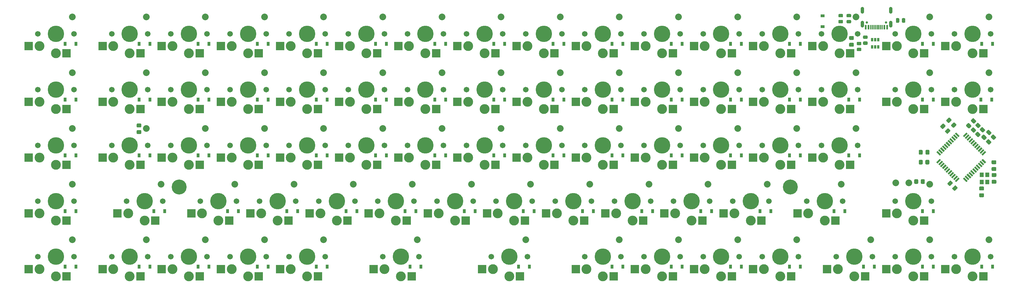
<source format=gbs>
G04 #@! TF.GenerationSoftware,KiCad,Pcbnew,(5.1.8)-1*
G04 #@! TF.CreationDate,2021-04-23T17:16:51-07:00*
G04 #@! TF.ProjectId,Spritzgeback,53707269-747a-4676-9562-61636b2e6b69,rev?*
G04 #@! TF.SameCoordinates,Original*
G04 #@! TF.FileFunction,Soldermask,Bot*
G04 #@! TF.FilePolarity,Negative*
%FSLAX46Y46*%
G04 Gerber Fmt 4.6, Leading zero omitted, Abs format (unit mm)*
G04 Created by KiCad (PCBNEW (5.1.8)-1) date 2021-04-23 17:16:51*
%MOMM*%
%LPD*%
G01*
G04 APERTURE LIST*
%ADD10C,4.562400*%
%ADD11R,0.900000X1.200000*%
%ADD12R,1.200000X0.900000*%
%ADD13C,2.032000*%
%ADD14C,0.100000*%
%ADD15R,0.650000X1.060000*%
%ADD16R,1.200000X1.400000*%
%ADD17C,0.700000*%
%ADD18O,1.050000X2.100000*%
%ADD19R,0.600000X1.450000*%
%ADD20R,0.300000X1.450000*%
%ADD21C,1.701800*%
%ADD22R,2.600000X2.600000*%
%ADD23C,3.000000*%
%ADD24C,5.000000*%
G04 APERTURE END LIST*
G36*
G01*
X238424998Y-3950000D02*
X239325002Y-3950000D01*
G75*
G02*
X239575000Y-4199998I0J-249998D01*
G01*
X239575000Y-4725002D01*
G75*
G02*
X239325002Y-4975000I-249998J0D01*
G01*
X238424998Y-4975000D01*
G75*
G02*
X238175000Y-4725002I0J249998D01*
G01*
X238175000Y-4199998D01*
G75*
G02*
X238424998Y-3950000I249998J0D01*
G01*
G37*
G36*
G01*
X238424998Y-2125000D02*
X239325002Y-2125000D01*
G75*
G02*
X239575000Y-2374998I0J-249998D01*
G01*
X239575000Y-2900002D01*
G75*
G02*
X239325002Y-3150000I-249998J0D01*
G01*
X238424998Y-3150000D01*
G75*
G02*
X238175000Y-2900002I0J249998D01*
G01*
X238175000Y-2374998D01*
G75*
G02*
X238424998Y-2125000I249998J0D01*
G01*
G37*
D10*
X37500000Y-54900000D03*
X223500000Y-54900000D03*
D11*
X133300000Y-45250000D03*
X136600000Y-45250000D03*
X2800000Y-11250000D03*
X6100000Y-11250000D03*
X25300000Y-11250000D03*
X28600000Y-11250000D03*
X43300000Y-11250000D03*
X46600000Y-11250000D03*
X61300000Y-11250000D03*
X64600000Y-11250000D03*
X79300000Y-11250000D03*
X82600000Y-11250000D03*
X97300000Y-11250000D03*
X100600000Y-11250000D03*
X115300000Y-11250000D03*
X118600000Y-11250000D03*
X133300000Y-11250000D03*
X136600000Y-11250000D03*
X151300000Y-11250000D03*
X154600000Y-11250000D03*
X169300000Y-11250000D03*
X172600000Y-11250000D03*
X187300000Y-11250000D03*
X190600000Y-11250000D03*
X205300000Y-11250000D03*
X208600000Y-11250000D03*
X223300000Y-11250000D03*
X226600000Y-11250000D03*
D12*
X233400000Y-2700000D03*
X233400000Y-6000000D03*
D11*
X281800000Y-11250000D03*
X285100000Y-11250000D03*
X2800000Y-28250000D03*
X6100000Y-28250000D03*
X25300000Y-28250000D03*
X28600000Y-28250000D03*
X43300000Y-28250000D03*
X46600000Y-28250000D03*
X61300000Y-28250000D03*
X64600000Y-28250000D03*
X79300000Y-28250000D03*
X82600000Y-28250000D03*
X97300000Y-28250000D03*
X100600000Y-28250000D03*
X115300000Y-28250000D03*
X118600000Y-28250000D03*
X133300000Y-28250000D03*
X136600000Y-28250000D03*
X151300000Y-28250000D03*
X154600000Y-28250000D03*
X169300000Y-28250000D03*
X172600000Y-28250000D03*
X187300000Y-28250000D03*
X190600000Y-28250000D03*
X205300000Y-28250000D03*
X208600000Y-28250000D03*
X223300000Y-28250000D03*
X226600000Y-28250000D03*
X241300000Y-28250000D03*
X244600000Y-28250000D03*
X263800000Y-11250000D03*
X267100000Y-11250000D03*
X2800000Y-45250000D03*
X6100000Y-45250000D03*
X25300000Y-45250000D03*
X28600000Y-45250000D03*
X43300000Y-45250000D03*
X46600000Y-45250000D03*
X61300000Y-45250000D03*
X64600000Y-45250000D03*
X79300000Y-45250000D03*
X82600000Y-45250000D03*
X97300000Y-45250000D03*
X100600000Y-45250000D03*
X115300000Y-45250000D03*
X118600000Y-45250000D03*
X151300000Y-45250000D03*
X154600000Y-45250000D03*
X169300000Y-45250000D03*
X172600000Y-45250000D03*
X187300000Y-45250000D03*
X190600000Y-45250000D03*
X205300000Y-45250000D03*
X208600000Y-45250000D03*
X223300000Y-45250000D03*
X226600000Y-45250000D03*
X241300000Y-45250000D03*
X244600000Y-45250000D03*
X263800000Y-28250000D03*
X267100000Y-28250000D03*
X2800000Y-62250000D03*
X6100000Y-62250000D03*
X29800000Y-62250000D03*
X33100000Y-62250000D03*
X52300000Y-62250000D03*
X55600000Y-62250000D03*
X70300000Y-62250000D03*
X73600000Y-62250000D03*
X88300000Y-62250000D03*
X91600000Y-62250000D03*
X109600000Y-62250000D03*
X106300000Y-62250000D03*
X124300000Y-62250000D03*
X127600000Y-62250000D03*
X145600000Y-62250000D03*
X142300000Y-62250000D03*
X160300000Y-62250000D03*
X163600000Y-62250000D03*
X178300000Y-62250000D03*
X181600000Y-62250000D03*
X196300000Y-62250000D03*
X199600000Y-62250000D03*
X214300000Y-62250000D03*
X217600000Y-62250000D03*
X236800000Y-62250000D03*
X240100000Y-62250000D03*
X25300000Y-79250000D03*
X28600000Y-79250000D03*
X43300000Y-79250000D03*
X46600000Y-79250000D03*
X61300000Y-79250000D03*
X64600000Y-79250000D03*
X111100000Y-79250000D03*
X107800000Y-79250000D03*
X144100000Y-79250000D03*
X140800000Y-79250000D03*
X187300000Y-79250000D03*
X190600000Y-79250000D03*
X205300000Y-79250000D03*
X208600000Y-79250000D03*
X223300000Y-79250000D03*
X226600000Y-79250000D03*
X245800000Y-79250000D03*
X249100000Y-79250000D03*
X281800000Y-79250000D03*
X285100000Y-79250000D03*
X2800000Y-79250000D03*
X6100000Y-79250000D03*
X79300000Y-79250000D03*
X82600000Y-79250000D03*
X263800000Y-62250000D03*
X267100000Y-62250000D03*
X263800000Y-79250000D03*
X267100000Y-79250000D03*
X281575000Y-28250000D03*
X284875000Y-28250000D03*
X169300000Y-79250000D03*
X172600000Y-79250000D03*
G36*
G01*
X262646000Y-47786001D02*
X262646000Y-46885999D01*
G75*
G02*
X262895999Y-46636000I249999J0D01*
G01*
X263596001Y-46636000D01*
G75*
G02*
X263846000Y-46885999I0J-249999D01*
G01*
X263846000Y-47786001D01*
G75*
G02*
X263596001Y-48036000I-249999J0D01*
G01*
X262895999Y-48036000D01*
G75*
G02*
X262646000Y-47786001I0J249999D01*
G01*
G37*
G36*
G01*
X264646000Y-47786001D02*
X264646000Y-46885999D01*
G75*
G02*
X264895999Y-46636000I249999J0D01*
G01*
X265596001Y-46636000D01*
G75*
G02*
X265846000Y-46885999I0J-249999D01*
G01*
X265846000Y-47786001D01*
G75*
G02*
X265596001Y-48036000I-249999J0D01*
G01*
X264895999Y-48036000D01*
G75*
G02*
X264646000Y-47786001I0J249999D01*
G01*
G37*
D13*
X259592000Y-53670000D03*
X255592000Y-53670000D03*
G36*
G01*
X265879000Y-43845000D02*
X265879000Y-44795000D01*
G75*
G02*
X265629000Y-45045000I-250000J0D01*
G01*
X264954000Y-45045000D01*
G75*
G02*
X264704000Y-44795000I0J250000D01*
G01*
X264704000Y-43845000D01*
G75*
G02*
X264954000Y-43595000I250000J0D01*
G01*
X265629000Y-43595000D01*
G75*
G02*
X265879000Y-43845000I0J-250000D01*
G01*
G37*
G36*
G01*
X263804000Y-43845000D02*
X263804000Y-44795000D01*
G75*
G02*
X263554000Y-45045000I-250000J0D01*
G01*
X262879000Y-45045000D01*
G75*
G02*
X262629000Y-44795000I0J250000D01*
G01*
X262629000Y-43845000D01*
G75*
G02*
X262879000Y-43595000I250000J0D01*
G01*
X263554000Y-43595000D01*
G75*
G02*
X263804000Y-43845000I0J-250000D01*
G01*
G37*
G36*
G01*
X270713678Y-36467927D02*
X270041927Y-37139678D01*
G75*
G02*
X269688373Y-37139678I-176777J176777D01*
G01*
X269211076Y-36662381D01*
G75*
G02*
X269211076Y-36308827I176777J176777D01*
G01*
X269882827Y-35637076D01*
G75*
G02*
X270236381Y-35637076I176777J-176777D01*
G01*
X270713678Y-36114373D01*
G75*
G02*
X270713678Y-36467927I-176777J-176777D01*
G01*
G37*
G36*
G01*
X272180924Y-37935173D02*
X271509173Y-38606924D01*
G75*
G02*
X271155619Y-38606924I-176777J176777D01*
G01*
X270678322Y-38129627D01*
G75*
G02*
X270678322Y-37776073I176777J176777D01*
G01*
X271350073Y-37104322D01*
G75*
G02*
X271703627Y-37104322I176777J-176777D01*
G01*
X272180924Y-37581619D01*
G75*
G02*
X272180924Y-37935173I-176777J-176777D01*
G01*
G37*
G36*
G01*
X286003000Y-53917000D02*
X285053000Y-53917000D01*
G75*
G02*
X284803000Y-53667000I0J250000D01*
G01*
X284803000Y-52992000D01*
G75*
G02*
X285053000Y-52742000I250000J0D01*
G01*
X286003000Y-52742000D01*
G75*
G02*
X286253000Y-52992000I0J-250000D01*
G01*
X286253000Y-53667000D01*
G75*
G02*
X286003000Y-53917000I-250000J0D01*
G01*
G37*
G36*
G01*
X286003000Y-51842000D02*
X285053000Y-51842000D01*
G75*
G02*
X284803000Y-51592000I0J250000D01*
G01*
X284803000Y-50917000D01*
G75*
G02*
X285053000Y-50667000I250000J0D01*
G01*
X286003000Y-50667000D01*
G75*
G02*
X286253000Y-50917000I0J-250000D01*
G01*
X286253000Y-51592000D01*
G75*
G02*
X286003000Y-51842000I-250000J0D01*
G01*
G37*
G36*
G01*
X282227000Y-58031000D02*
X281277000Y-58031000D01*
G75*
G02*
X281027000Y-57781000I0J250000D01*
G01*
X281027000Y-57106000D01*
G75*
G02*
X281277000Y-56856000I250000J0D01*
G01*
X282227000Y-56856000D01*
G75*
G02*
X282477000Y-57106000I0J-250000D01*
G01*
X282477000Y-57781000D01*
G75*
G02*
X282227000Y-58031000I-250000J0D01*
G01*
G37*
G36*
G01*
X282227000Y-55956000D02*
X281277000Y-55956000D01*
G75*
G02*
X281027000Y-55706000I0J250000D01*
G01*
X281027000Y-55031000D01*
G75*
G02*
X281277000Y-54781000I250000J0D01*
G01*
X282227000Y-54781000D01*
G75*
G02*
X282477000Y-55031000I0J-250000D01*
G01*
X282477000Y-55706000D01*
G75*
G02*
X282227000Y-55956000I-250000J0D01*
G01*
G37*
G36*
G01*
X285985000Y-50019000D02*
X285035000Y-50019000D01*
G75*
G02*
X284785000Y-49769000I0J250000D01*
G01*
X284785000Y-49094000D01*
G75*
G02*
X285035000Y-48844000I250000J0D01*
G01*
X285985000Y-48844000D01*
G75*
G02*
X286235000Y-49094000I0J-250000D01*
G01*
X286235000Y-49769000D01*
G75*
G02*
X285985000Y-50019000I-250000J0D01*
G01*
G37*
G36*
G01*
X285985000Y-47944000D02*
X285035000Y-47944000D01*
G75*
G02*
X284785000Y-47694000I0J250000D01*
G01*
X284785000Y-47019000D01*
G75*
G02*
X285035000Y-46769000I250000J0D01*
G01*
X285985000Y-46769000D01*
G75*
G02*
X286235000Y-47019000I0J-250000D01*
G01*
X286235000Y-47694000D01*
G75*
G02*
X285985000Y-47944000I-250000J0D01*
G01*
G37*
G36*
G01*
X271411076Y-53700827D02*
X272082827Y-53029076D01*
G75*
G02*
X272436381Y-53029076I176777J-176777D01*
G01*
X272913678Y-53506373D01*
G75*
G02*
X272913678Y-53859927I-176777J-176777D01*
G01*
X272241927Y-54531678D01*
G75*
G02*
X271888373Y-54531678I-176777J176777D01*
G01*
X271411076Y-54054381D01*
G75*
G02*
X271411076Y-53700827I176777J176777D01*
G01*
G37*
G36*
G01*
X272878322Y-55168073D02*
X273550073Y-54496322D01*
G75*
G02*
X273903627Y-54496322I176777J-176777D01*
G01*
X274380924Y-54973619D01*
G75*
G02*
X274380924Y-55327173I-176777J-176777D01*
G01*
X273709173Y-55998924D01*
G75*
G02*
X273355619Y-55998924I-176777J176777D01*
G01*
X272878322Y-55521627D01*
G75*
G02*
X272878322Y-55168073I176777J176777D01*
G01*
G37*
G36*
G01*
X285279073Y-40442678D02*
X284607322Y-39770927D01*
G75*
G02*
X284607322Y-39417373I176777J176777D01*
G01*
X285084619Y-38940076D01*
G75*
G02*
X285438173Y-38940076I176777J-176777D01*
G01*
X286109924Y-39611827D01*
G75*
G02*
X286109924Y-39965381I-176777J-176777D01*
G01*
X285632627Y-40442678D01*
G75*
G02*
X285279073Y-40442678I-176777J176777D01*
G01*
G37*
G36*
G01*
X283811827Y-41909924D02*
X283140076Y-41238173D01*
G75*
G02*
X283140076Y-40884619I176777J176777D01*
G01*
X283617373Y-40407322D01*
G75*
G02*
X283970927Y-40407322I176777J-176777D01*
G01*
X284642678Y-41079073D01*
G75*
G02*
X284642678Y-41432627I-176777J-176777D01*
G01*
X284165381Y-41909924D01*
G75*
G02*
X283811827Y-41909924I-176777J176777D01*
G01*
G37*
G36*
G01*
X282404827Y-40508924D02*
X281733076Y-39837173D01*
G75*
G02*
X281733076Y-39483619I176777J176777D01*
G01*
X282210373Y-39006322D01*
G75*
G02*
X282563927Y-39006322I176777J-176777D01*
G01*
X283235678Y-39678073D01*
G75*
G02*
X283235678Y-40031627I-176777J-176777D01*
G01*
X282758381Y-40508924D01*
G75*
G02*
X282404827Y-40508924I-176777J176777D01*
G01*
G37*
G36*
G01*
X283872073Y-39041678D02*
X283200322Y-38369927D01*
G75*
G02*
X283200322Y-38016373I176777J176777D01*
G01*
X283677619Y-37539076D01*
G75*
G02*
X284031173Y-37539076I176777J-176777D01*
G01*
X284702924Y-38210827D01*
G75*
G02*
X284702924Y-38564381I-176777J-176777D01*
G01*
X284225627Y-39041678D01*
G75*
G02*
X283872073Y-39041678I-176777J176777D01*
G01*
G37*
G36*
G01*
X277753827Y-36963924D02*
X277082076Y-36292173D01*
G75*
G02*
X277082076Y-35938619I176777J176777D01*
G01*
X277559373Y-35461322D01*
G75*
G02*
X277912927Y-35461322I176777J-176777D01*
G01*
X278584678Y-36133073D01*
G75*
G02*
X278584678Y-36486627I-176777J-176777D01*
G01*
X278107381Y-36963924D01*
G75*
G02*
X277753827Y-36963924I-176777J176777D01*
G01*
G37*
G36*
G01*
X279221073Y-35496678D02*
X278549322Y-34824927D01*
G75*
G02*
X278549322Y-34471373I176777J176777D01*
G01*
X279026619Y-33994076D01*
G75*
G02*
X279380173Y-33994076I176777J-176777D01*
G01*
X280051924Y-34665827D01*
G75*
G02*
X280051924Y-35019381I-176777J-176777D01*
G01*
X279574627Y-35496678D01*
G75*
G02*
X279221073Y-35496678I-176777J176777D01*
G01*
G37*
G36*
G01*
X280568042Y-36864356D02*
X279931644Y-36227958D01*
G75*
G02*
X279931644Y-35874406I176776J176776D01*
G01*
X280426620Y-35379430D01*
G75*
G02*
X280780172Y-35379430I176776J-176776D01*
G01*
X281416570Y-36015828D01*
G75*
G02*
X281416570Y-36369380I-176776J-176776D01*
G01*
X280921594Y-36864356D01*
G75*
G02*
X280568042Y-36864356I-176776J176776D01*
G01*
G37*
G36*
G01*
X279153828Y-38278570D02*
X278517430Y-37642172D01*
G75*
G02*
X278517430Y-37288620I176776J176776D01*
G01*
X279012406Y-36793644D01*
G75*
G02*
X279365958Y-36793644I176776J-176776D01*
G01*
X280002356Y-37430042D01*
G75*
G02*
X280002356Y-37783594I-176776J-176776D01*
G01*
X279507380Y-38278570D01*
G75*
G02*
X279153828Y-38278570I-176776J176776D01*
G01*
G37*
G36*
G01*
X281918042Y-38214356D02*
X281281644Y-37577958D01*
G75*
G02*
X281281644Y-37224406I176776J176776D01*
G01*
X281776620Y-36729430D01*
G75*
G02*
X282130172Y-36729430I176776J-176776D01*
G01*
X282766570Y-37365828D01*
G75*
G02*
X282766570Y-37719380I-176776J-176776D01*
G01*
X282271594Y-38214356D01*
G75*
G02*
X281918042Y-38214356I-176776J176776D01*
G01*
G37*
G36*
G01*
X280503828Y-39628570D02*
X279867430Y-38992172D01*
G75*
G02*
X279867430Y-38638620I176776J176776D01*
G01*
X280362406Y-38143644D01*
G75*
G02*
X280715958Y-38143644I176776J-176776D01*
G01*
X281352356Y-38780042D01*
G75*
G02*
X281352356Y-39133594I-176776J-176776D01*
G01*
X280857380Y-39628570D01*
G75*
G02*
X280503828Y-39628570I-176776J176776D01*
G01*
G37*
D14*
G36*
X277104958Y-38245280D02*
G01*
X277493866Y-38634188D01*
X276433206Y-39694848D01*
X276044298Y-39305940D01*
X277104958Y-38245280D01*
G37*
G36*
X277670643Y-38810966D02*
G01*
X278059551Y-39199874D01*
X276998891Y-40260534D01*
X276609983Y-39871626D01*
X277670643Y-38810966D01*
G37*
G36*
X278236328Y-39376651D02*
G01*
X278625236Y-39765559D01*
X277564576Y-40826219D01*
X277175668Y-40437311D01*
X278236328Y-39376651D01*
G37*
G36*
X278802014Y-39942336D02*
G01*
X279190922Y-40331244D01*
X278130262Y-41391904D01*
X277741354Y-41002996D01*
X278802014Y-39942336D01*
G37*
G36*
X279367699Y-40508022D02*
G01*
X279756607Y-40896930D01*
X278695947Y-41957590D01*
X278307039Y-41568682D01*
X279367699Y-40508022D01*
G37*
G36*
X279933385Y-41073707D02*
G01*
X280322293Y-41462615D01*
X279261633Y-42523275D01*
X278872725Y-42134367D01*
X279933385Y-41073707D01*
G37*
G36*
X280499070Y-41639393D02*
G01*
X280887978Y-42028301D01*
X279827318Y-43088961D01*
X279438410Y-42700053D01*
X280499070Y-41639393D01*
G37*
G36*
X281064756Y-42205078D02*
G01*
X281453664Y-42593986D01*
X280393004Y-43654646D01*
X280004096Y-43265738D01*
X281064756Y-42205078D01*
G37*
G36*
X281630441Y-42770764D02*
G01*
X282019349Y-43159672D01*
X280958689Y-44220332D01*
X280569781Y-43831424D01*
X281630441Y-42770764D01*
G37*
G36*
X282196126Y-43336449D02*
G01*
X282585034Y-43725357D01*
X281524374Y-44786017D01*
X281135466Y-44397109D01*
X282196126Y-43336449D01*
G37*
G36*
X282761812Y-43902134D02*
G01*
X283150720Y-44291042D01*
X282090060Y-45351702D01*
X281701152Y-44962794D01*
X282761812Y-43902134D01*
G37*
G36*
X283150720Y-47366958D02*
G01*
X282761812Y-47755866D01*
X281701152Y-46695206D01*
X282090060Y-46306298D01*
X283150720Y-47366958D01*
G37*
G36*
X282585034Y-47932643D02*
G01*
X282196126Y-48321551D01*
X281135466Y-47260891D01*
X281524374Y-46871983D01*
X282585034Y-47932643D01*
G37*
G36*
X282019349Y-48498328D02*
G01*
X281630441Y-48887236D01*
X280569781Y-47826576D01*
X280958689Y-47437668D01*
X282019349Y-48498328D01*
G37*
G36*
X281453664Y-49064014D02*
G01*
X281064756Y-49452922D01*
X280004096Y-48392262D01*
X280393004Y-48003354D01*
X281453664Y-49064014D01*
G37*
G36*
X280887978Y-49629699D02*
G01*
X280499070Y-50018607D01*
X279438410Y-48957947D01*
X279827318Y-48569039D01*
X280887978Y-49629699D01*
G37*
G36*
X280322293Y-50195385D02*
G01*
X279933385Y-50584293D01*
X278872725Y-49523633D01*
X279261633Y-49134725D01*
X280322293Y-50195385D01*
G37*
G36*
X279756607Y-50761070D02*
G01*
X279367699Y-51149978D01*
X278307039Y-50089318D01*
X278695947Y-49700410D01*
X279756607Y-50761070D01*
G37*
G36*
X279190922Y-51326756D02*
G01*
X278802014Y-51715664D01*
X277741354Y-50655004D01*
X278130262Y-50266096D01*
X279190922Y-51326756D01*
G37*
G36*
X278625236Y-51892441D02*
G01*
X278236328Y-52281349D01*
X277175668Y-51220689D01*
X277564576Y-50831781D01*
X278625236Y-51892441D01*
G37*
G36*
X278059551Y-52458126D02*
G01*
X277670643Y-52847034D01*
X276609983Y-51786374D01*
X276998891Y-51397466D01*
X278059551Y-52458126D01*
G37*
G36*
X277493866Y-53023812D02*
G01*
X277104958Y-53412720D01*
X276044298Y-52352060D01*
X276433206Y-51963152D01*
X277493866Y-53023812D01*
G37*
G36*
X274700794Y-51963152D02*
G01*
X275089702Y-52352060D01*
X274029042Y-53412720D01*
X273640134Y-53023812D01*
X274700794Y-51963152D01*
G37*
G36*
X274135109Y-51397466D02*
G01*
X274524017Y-51786374D01*
X273463357Y-52847034D01*
X273074449Y-52458126D01*
X274135109Y-51397466D01*
G37*
G36*
X273569424Y-50831781D02*
G01*
X273958332Y-51220689D01*
X272897672Y-52281349D01*
X272508764Y-51892441D01*
X273569424Y-50831781D01*
G37*
G36*
X273003738Y-50266096D02*
G01*
X273392646Y-50655004D01*
X272331986Y-51715664D01*
X271943078Y-51326756D01*
X273003738Y-50266096D01*
G37*
G36*
X272438053Y-49700410D02*
G01*
X272826961Y-50089318D01*
X271766301Y-51149978D01*
X271377393Y-50761070D01*
X272438053Y-49700410D01*
G37*
G36*
X271872367Y-49134725D02*
G01*
X272261275Y-49523633D01*
X271200615Y-50584293D01*
X270811707Y-50195385D01*
X271872367Y-49134725D01*
G37*
G36*
X271306682Y-48569039D02*
G01*
X271695590Y-48957947D01*
X270634930Y-50018607D01*
X270246022Y-49629699D01*
X271306682Y-48569039D01*
G37*
G36*
X270740996Y-48003354D02*
G01*
X271129904Y-48392262D01*
X270069244Y-49452922D01*
X269680336Y-49064014D01*
X270740996Y-48003354D01*
G37*
G36*
X270175311Y-47437668D02*
G01*
X270564219Y-47826576D01*
X269503559Y-48887236D01*
X269114651Y-48498328D01*
X270175311Y-47437668D01*
G37*
G36*
X269609626Y-46871983D02*
G01*
X269998534Y-47260891D01*
X268937874Y-48321551D01*
X268548966Y-47932643D01*
X269609626Y-46871983D01*
G37*
G36*
X269043940Y-46306298D02*
G01*
X269432848Y-46695206D01*
X268372188Y-47755866D01*
X267983280Y-47366958D01*
X269043940Y-46306298D01*
G37*
G36*
X269432848Y-44962794D02*
G01*
X269043940Y-45351702D01*
X267983280Y-44291042D01*
X268372188Y-43902134D01*
X269432848Y-44962794D01*
G37*
G36*
X269998534Y-44397109D02*
G01*
X269609626Y-44786017D01*
X268548966Y-43725357D01*
X268937874Y-43336449D01*
X269998534Y-44397109D01*
G37*
G36*
X270564219Y-43831424D02*
G01*
X270175311Y-44220332D01*
X269114651Y-43159672D01*
X269503559Y-42770764D01*
X270564219Y-43831424D01*
G37*
G36*
X271129904Y-43265738D02*
G01*
X270740996Y-43654646D01*
X269680336Y-42593986D01*
X270069244Y-42205078D01*
X271129904Y-43265738D01*
G37*
G36*
X271695590Y-42700053D02*
G01*
X271306682Y-43088961D01*
X270246022Y-42028301D01*
X270634930Y-41639393D01*
X271695590Y-42700053D01*
G37*
G36*
X272261275Y-42134367D02*
G01*
X271872367Y-42523275D01*
X270811707Y-41462615D01*
X271200615Y-41073707D01*
X272261275Y-42134367D01*
G37*
G36*
X272826961Y-41568682D02*
G01*
X272438053Y-41957590D01*
X271377393Y-40896930D01*
X271766301Y-40508022D01*
X272826961Y-41568682D01*
G37*
G36*
X273392646Y-41002996D02*
G01*
X273003738Y-41391904D01*
X271943078Y-40331244D01*
X272331986Y-39942336D01*
X273392646Y-41002996D01*
G37*
G36*
X273958332Y-40437311D02*
G01*
X273569424Y-40826219D01*
X272508764Y-39765559D01*
X272897672Y-39376651D01*
X273958332Y-40437311D01*
G37*
G36*
X274524017Y-39871626D02*
G01*
X274135109Y-40260534D01*
X273074449Y-39199874D01*
X273463357Y-38810966D01*
X274524017Y-39871626D01*
G37*
G36*
X275089702Y-39305940D02*
G01*
X274700794Y-39694848D01*
X273640134Y-38634188D01*
X274029042Y-38245280D01*
X275089702Y-39305940D01*
G37*
G36*
G01*
X274016924Y-36113173D02*
X273345173Y-36784924D01*
G75*
G02*
X272991619Y-36784924I-176777J176777D01*
G01*
X272514322Y-36307627D01*
G75*
G02*
X272514322Y-35954073I176777J176777D01*
G01*
X273186073Y-35282322D01*
G75*
G02*
X273539627Y-35282322I176777J-176777D01*
G01*
X274016924Y-35759619D01*
G75*
G02*
X274016924Y-36113173I-176777J-176777D01*
G01*
G37*
G36*
G01*
X272549678Y-34645927D02*
X271877927Y-35317678D01*
G75*
G02*
X271524373Y-35317678I-176777J176777D01*
G01*
X271047076Y-34840381D01*
G75*
G02*
X271047076Y-34486827I176777J176777D01*
G01*
X271718827Y-33815076D01*
G75*
G02*
X272072381Y-33815076I176777J-176777D01*
G01*
X272549678Y-34292373D01*
G75*
G02*
X272549678Y-34645927I-176777J-176777D01*
G01*
G37*
G36*
G01*
X242625000Y-12100000D02*
X241675000Y-12100000D01*
G75*
G02*
X241425000Y-11850000I0J250000D01*
G01*
X241425000Y-11175000D01*
G75*
G02*
X241675000Y-10925000I250000J0D01*
G01*
X242625000Y-10925000D01*
G75*
G02*
X242875000Y-11175000I0J-250000D01*
G01*
X242875000Y-11850000D01*
G75*
G02*
X242625000Y-12100000I-250000J0D01*
G01*
G37*
G36*
G01*
X242625000Y-10025000D02*
X241675000Y-10025000D01*
G75*
G02*
X241425000Y-9775000I0J250000D01*
G01*
X241425000Y-9100000D01*
G75*
G02*
X241675000Y-8850000I250000J0D01*
G01*
X242625000Y-8850000D01*
G75*
G02*
X242875000Y-9100000I0J-250000D01*
G01*
X242875000Y-9775000D01*
G75*
G02*
X242625000Y-10025000I-250000J0D01*
G01*
G37*
G36*
G01*
X246824002Y-9716000D02*
X245923998Y-9716000D01*
G75*
G02*
X245674000Y-9466002I0J249998D01*
G01*
X245674000Y-8940998D01*
G75*
G02*
X245923998Y-8691000I249998J0D01*
G01*
X246824002Y-8691000D01*
G75*
G02*
X247074000Y-8940998I0J-249998D01*
G01*
X247074000Y-9466002D01*
G75*
G02*
X246824002Y-9716000I-249998J0D01*
G01*
G37*
G36*
G01*
X246824002Y-11541000D02*
X245923998Y-11541000D01*
G75*
G02*
X245674000Y-11291002I0J249998D01*
G01*
X245674000Y-10765998D01*
G75*
G02*
X245923998Y-10516000I249998J0D01*
G01*
X246824002Y-10516000D01*
G75*
G02*
X247074000Y-10765998I0J-249998D01*
G01*
X247074000Y-11291002D01*
G75*
G02*
X246824002Y-11541000I-249998J0D01*
G01*
G37*
G36*
G01*
X244908002Y-13477000D02*
X244007998Y-13477000D01*
G75*
G02*
X243758000Y-13227002I0J249998D01*
G01*
X243758000Y-12701998D01*
G75*
G02*
X244007998Y-12452000I249998J0D01*
G01*
X244908002Y-12452000D01*
G75*
G02*
X245158000Y-12701998I0J-249998D01*
G01*
X245158000Y-13227002D01*
G75*
G02*
X244908002Y-13477000I-249998J0D01*
G01*
G37*
G36*
G01*
X244908002Y-11652000D02*
X244007998Y-11652000D01*
G75*
G02*
X243758000Y-11402002I0J249998D01*
G01*
X243758000Y-10876998D01*
G75*
G02*
X244007998Y-10627000I249998J0D01*
G01*
X244908002Y-10627000D01*
G75*
G02*
X245158000Y-10876998I0J-249998D01*
G01*
X245158000Y-11402002D01*
G75*
G02*
X244908002Y-11652000I-249998J0D01*
G01*
G37*
G36*
G01*
X263258000Y-53712001D02*
X263258000Y-52811999D01*
G75*
G02*
X263507999Y-52562000I249999J0D01*
G01*
X264208001Y-52562000D01*
G75*
G02*
X264458000Y-52811999I0J-249999D01*
G01*
X264458000Y-53712001D01*
G75*
G02*
X264208001Y-53962000I-249999J0D01*
G01*
X263507999Y-53962000D01*
G75*
G02*
X263258000Y-53712001I0J249999D01*
G01*
G37*
G36*
G01*
X261258000Y-53712001D02*
X261258000Y-52811999D01*
G75*
G02*
X261507999Y-52562000I249999J0D01*
G01*
X262208001Y-52562000D01*
G75*
G02*
X262458000Y-52811999I0J-249999D01*
G01*
X262458000Y-53712001D01*
G75*
G02*
X262208001Y-53962000I-249999J0D01*
G01*
X261507999Y-53962000D01*
G75*
G02*
X261258000Y-53712001I0J249999D01*
G01*
G37*
G36*
G01*
X25750001Y-36750000D02*
X24849999Y-36750000D01*
G75*
G02*
X24600000Y-36500001I0J249999D01*
G01*
X24600000Y-35799999D01*
G75*
G02*
X24849999Y-35550000I249999J0D01*
G01*
X25750001Y-35550000D01*
G75*
G02*
X26000000Y-35799999I0J-249999D01*
G01*
X26000000Y-36500001D01*
G75*
G02*
X25750001Y-36750000I-249999J0D01*
G01*
G37*
G36*
G01*
X25750001Y-38750000D02*
X24849999Y-38750000D01*
G75*
G02*
X24600000Y-38500001I0J249999D01*
G01*
X24600000Y-37799999D01*
G75*
G02*
X24849999Y-37550000I249999J0D01*
G01*
X25750001Y-37550000D01*
G75*
G02*
X26000000Y-37799999I0J-249999D01*
G01*
X26000000Y-38500001D01*
G75*
G02*
X25750001Y-38750000I-249999J0D01*
G01*
G37*
D15*
X249350000Y-12200000D03*
X248400000Y-12200000D03*
X250300000Y-12200000D03*
X250300000Y-10000000D03*
X249350000Y-10000000D03*
X248400000Y-10000000D03*
G36*
G01*
X258527000Y-3649998D02*
X258527000Y-4550002D01*
G75*
G02*
X258277002Y-4800000I-249998J0D01*
G01*
X257751998Y-4800000D01*
G75*
G02*
X257502000Y-4550002I0J249998D01*
G01*
X257502000Y-3649998D01*
G75*
G02*
X257751998Y-3400000I249998J0D01*
G01*
X258277002Y-3400000D01*
G75*
G02*
X258527000Y-3649998I0J-249998D01*
G01*
G37*
G36*
G01*
X256702000Y-3649998D02*
X256702000Y-4550002D01*
G75*
G02*
X256452002Y-4800000I-249998J0D01*
G01*
X255926998Y-4800000D01*
G75*
G02*
X255677000Y-4550002I0J249998D01*
G01*
X255677000Y-3649998D01*
G75*
G02*
X255926998Y-3400000I249998J0D01*
G01*
X256452002Y-3400000D01*
G75*
G02*
X256702000Y-3649998I0J-249998D01*
G01*
G37*
D16*
X281760000Y-51236000D03*
X281760000Y-53436000D03*
X283460000Y-53436000D03*
X283460000Y-51236000D03*
D17*
X252640000Y-4675000D03*
X246860000Y-4675000D03*
D18*
X254070000Y-1025000D03*
X245430000Y-1025000D03*
X254070000Y-5205000D03*
X245430000Y-5205000D03*
D19*
X253000000Y-6120000D03*
X252200000Y-6120000D03*
D20*
X251500000Y-6120000D03*
X251000000Y-6120000D03*
X250500000Y-6120000D03*
X250000000Y-6120000D03*
X248000000Y-6120000D03*
X248500000Y-6120000D03*
X249000000Y-6120000D03*
X249500000Y-6120000D03*
D19*
X247300000Y-6120000D03*
X246500000Y-6120000D03*
G36*
G01*
X241800001Y-4975000D02*
X240899999Y-4975000D01*
G75*
G02*
X240650000Y-4725001I0J249999D01*
G01*
X240650000Y-4199999D01*
G75*
G02*
X240899999Y-3950000I249999J0D01*
G01*
X241800001Y-3950000D01*
G75*
G02*
X242050000Y-4199999I0J-249999D01*
G01*
X242050000Y-4725001D01*
G75*
G02*
X241800001Y-4975000I-249999J0D01*
G01*
G37*
G36*
G01*
X241800001Y-3150000D02*
X240899999Y-3150000D01*
G75*
G02*
X240650000Y-2900001I0J249999D01*
G01*
X240650000Y-2374999D01*
G75*
G02*
X240899999Y-2125000I249999J0D01*
G01*
X241800001Y-2125000D01*
G75*
G02*
X242050000Y-2374999I0J-249999D01*
G01*
X242050000Y-2900001D01*
G75*
G02*
X241800001Y-3150000I-249999J0D01*
G01*
G37*
D21*
X-5500000Y-8200000D03*
X5500000Y-8200000D03*
D22*
X3275000Y-14150000D03*
D23*
X-5000000Y-11950000D03*
D24*
X0Y-8200000D03*
D23*
X0Y-14150000D03*
D22*
X-8275000Y-11950000D03*
D13*
X5000000Y-3050000D03*
X27500000Y-3050000D03*
D22*
X14225000Y-11950000D03*
D23*
X22500000Y-14150000D03*
D24*
X22500000Y-8200000D03*
D23*
X17500000Y-11950000D03*
D22*
X25775000Y-14150000D03*
D21*
X28000000Y-8200000D03*
X17000000Y-8200000D03*
X35000000Y-8200000D03*
X46000000Y-8200000D03*
D22*
X43775000Y-14150000D03*
D23*
X35500000Y-11950000D03*
D24*
X40500000Y-8200000D03*
D23*
X40500000Y-14150000D03*
D22*
X32225000Y-11950000D03*
D13*
X45500000Y-3050000D03*
X63500000Y-3050000D03*
D22*
X50225000Y-11950000D03*
D23*
X58500000Y-14150000D03*
D24*
X58500000Y-8200000D03*
D23*
X53500000Y-11950000D03*
D22*
X61775000Y-14150000D03*
D21*
X64000000Y-8200000D03*
X53000000Y-8200000D03*
X71000000Y-8200000D03*
X82000000Y-8200000D03*
D22*
X79775000Y-14150000D03*
D23*
X71500000Y-11950000D03*
D24*
X76500000Y-8200000D03*
D23*
X76500000Y-14150000D03*
D22*
X68225000Y-11950000D03*
D13*
X81500000Y-3050000D03*
X99500000Y-3050000D03*
D22*
X86225000Y-11950000D03*
D23*
X94500000Y-14150000D03*
D24*
X94500000Y-8200000D03*
D23*
X89500000Y-11950000D03*
D22*
X97775000Y-14150000D03*
D21*
X100000000Y-8200000D03*
X89000000Y-8200000D03*
X107000000Y-8200000D03*
X118000000Y-8200000D03*
D22*
X115775000Y-14150000D03*
D23*
X107500000Y-11950000D03*
D24*
X112500000Y-8200000D03*
D23*
X112500000Y-14150000D03*
D22*
X104225000Y-11950000D03*
D13*
X117500000Y-3050000D03*
X135500000Y-3050000D03*
D22*
X122225000Y-11950000D03*
D23*
X130500000Y-14150000D03*
D24*
X130500000Y-8200000D03*
D23*
X125500000Y-11950000D03*
D22*
X133775000Y-14150000D03*
D21*
X136000000Y-8200000D03*
X125000000Y-8200000D03*
X143000000Y-8200000D03*
X154000000Y-8200000D03*
D22*
X151775000Y-14150000D03*
D23*
X143500000Y-11950000D03*
D24*
X148500000Y-8200000D03*
D23*
X148500000Y-14150000D03*
D22*
X140225000Y-11950000D03*
D13*
X153500000Y-3050000D03*
X171500000Y-3050000D03*
D22*
X158225000Y-11950000D03*
D23*
X166500000Y-14150000D03*
D24*
X166500000Y-8200000D03*
D23*
X161500000Y-11950000D03*
D22*
X169775000Y-14150000D03*
D21*
X172000000Y-8200000D03*
X161000000Y-8200000D03*
X179000000Y-8200000D03*
X190000000Y-8200000D03*
D22*
X187775000Y-14150000D03*
D23*
X179500000Y-11950000D03*
D24*
X184500000Y-8200000D03*
D23*
X184500000Y-14150000D03*
D22*
X176225000Y-11950000D03*
D13*
X189500000Y-3050000D03*
D21*
X197000000Y-8200000D03*
X208000000Y-8200000D03*
D22*
X205775000Y-14150000D03*
D23*
X197500000Y-11950000D03*
D24*
X202500000Y-8200000D03*
D23*
X202500000Y-14150000D03*
D22*
X194225000Y-11950000D03*
D13*
X207500000Y-3050000D03*
X225500000Y-3050000D03*
D22*
X212225000Y-11950000D03*
D23*
X220500000Y-14150000D03*
D24*
X220500000Y-8200000D03*
D23*
X215500000Y-11950000D03*
D22*
X223775000Y-14150000D03*
D21*
X226000000Y-8200000D03*
X215000000Y-8200000D03*
X233000000Y-8200000D03*
X244000000Y-8200000D03*
D22*
X241775000Y-14150000D03*
D23*
X233500000Y-11950000D03*
D24*
X238500000Y-8200000D03*
D23*
X238500000Y-14150000D03*
D22*
X230225000Y-11950000D03*
D13*
X243500000Y-3050000D03*
D21*
X255500000Y-8200000D03*
X266500000Y-8200000D03*
D22*
X264275000Y-14150000D03*
D23*
X256000000Y-11950000D03*
D24*
X261000000Y-8200000D03*
D23*
X261000000Y-14150000D03*
D22*
X252725000Y-11950000D03*
D13*
X266000000Y-3050000D03*
X284000000Y-3050000D03*
D22*
X270725000Y-11950000D03*
D23*
X279000000Y-14150000D03*
D24*
X279000000Y-8200000D03*
D23*
X274000000Y-11950000D03*
D22*
X282275000Y-14150000D03*
D21*
X284500000Y-8200000D03*
X273500000Y-8200000D03*
X-5500000Y-25200000D03*
X5500000Y-25200000D03*
D22*
X3275000Y-31150000D03*
D23*
X-5000000Y-28950000D03*
D24*
X0Y-25200000D03*
D23*
X0Y-31150000D03*
D22*
X-8275000Y-28950000D03*
D13*
X5000000Y-20050000D03*
X27500000Y-20050000D03*
D22*
X14225000Y-28950000D03*
D23*
X22500000Y-31150000D03*
D24*
X22500000Y-25200000D03*
D23*
X17500000Y-28950000D03*
D22*
X25775000Y-31150000D03*
D21*
X28000000Y-25200000D03*
X17000000Y-25200000D03*
D13*
X45500000Y-20050000D03*
D22*
X32225000Y-28950000D03*
D23*
X40500000Y-31150000D03*
D24*
X40500000Y-25200000D03*
D23*
X35500000Y-28950000D03*
D22*
X43775000Y-31150000D03*
D21*
X46000000Y-25200000D03*
X35000000Y-25200000D03*
D13*
X63500000Y-20050000D03*
D22*
X50225000Y-28950000D03*
D23*
X58500000Y-31150000D03*
D24*
X58500000Y-25200000D03*
D23*
X53500000Y-28950000D03*
D22*
X61775000Y-31150000D03*
D21*
X64000000Y-25200000D03*
X53000000Y-25200000D03*
X71000000Y-25200000D03*
X82000000Y-25200000D03*
D22*
X79775000Y-31150000D03*
D23*
X71500000Y-28950000D03*
D24*
X76500000Y-25200000D03*
D23*
X76500000Y-31150000D03*
D22*
X68225000Y-28950000D03*
D13*
X81500000Y-20050000D03*
D21*
X89000000Y-25200000D03*
X100000000Y-25200000D03*
D22*
X97775000Y-31150000D03*
D23*
X89500000Y-28950000D03*
D24*
X94500000Y-25200000D03*
D23*
X94500000Y-31150000D03*
D22*
X86225000Y-28950000D03*
D13*
X99500000Y-20050000D03*
X117500000Y-20050000D03*
D22*
X104225000Y-28950000D03*
D23*
X112500000Y-31150000D03*
D24*
X112500000Y-25200000D03*
D23*
X107500000Y-28950000D03*
D22*
X115775000Y-31150000D03*
D21*
X118000000Y-25200000D03*
X107000000Y-25200000D03*
X125000000Y-25200000D03*
X136000000Y-25200000D03*
D22*
X133775000Y-31150000D03*
D23*
X125500000Y-28950000D03*
D24*
X130500000Y-25200000D03*
D23*
X130500000Y-31150000D03*
D22*
X122225000Y-28950000D03*
D13*
X135500000Y-20050000D03*
X153500000Y-20050000D03*
D22*
X140225000Y-28950000D03*
D23*
X148500000Y-31150000D03*
D24*
X148500000Y-25200000D03*
D23*
X143500000Y-28950000D03*
D22*
X151775000Y-31150000D03*
D21*
X154000000Y-25200000D03*
X143000000Y-25200000D03*
D13*
X171500000Y-20050000D03*
D22*
X158225000Y-28950000D03*
D23*
X166500000Y-31150000D03*
D24*
X166500000Y-25200000D03*
D23*
X161500000Y-28950000D03*
D22*
X169775000Y-31150000D03*
D21*
X172000000Y-25200000D03*
X161000000Y-25200000D03*
X179000000Y-25200000D03*
X190000000Y-25200000D03*
D22*
X187775000Y-31150000D03*
D23*
X179500000Y-28950000D03*
D24*
X184500000Y-25200000D03*
D23*
X184500000Y-31150000D03*
D22*
X176225000Y-28950000D03*
D13*
X189500000Y-20050000D03*
X207500000Y-20050000D03*
D22*
X194225000Y-28950000D03*
D23*
X202500000Y-31150000D03*
D24*
X202500000Y-25200000D03*
D23*
X197500000Y-28950000D03*
D22*
X205775000Y-31150000D03*
D21*
X208000000Y-25200000D03*
X197000000Y-25200000D03*
X215000000Y-25200000D03*
X226000000Y-25200000D03*
D22*
X223775000Y-31150000D03*
D23*
X215500000Y-28950000D03*
D24*
X220500000Y-25200000D03*
D23*
X220500000Y-31150000D03*
D22*
X212225000Y-28950000D03*
D13*
X225500000Y-20050000D03*
X243500000Y-20050000D03*
D22*
X230225000Y-28950000D03*
D23*
X238500000Y-31150000D03*
D24*
X238500000Y-25200000D03*
D23*
X233500000Y-28950000D03*
D22*
X241775000Y-31150000D03*
D21*
X244000000Y-25200000D03*
X233000000Y-25200000D03*
X255500000Y-25200000D03*
X266500000Y-25200000D03*
D22*
X264275000Y-31150000D03*
D23*
X256000000Y-28950000D03*
D24*
X261000000Y-25200000D03*
D23*
X261000000Y-31150000D03*
D22*
X252725000Y-28950000D03*
D13*
X266000000Y-20050000D03*
D21*
X273500000Y-25200000D03*
X284500000Y-25200000D03*
D22*
X282275000Y-31150000D03*
D23*
X274000000Y-28950000D03*
D24*
X279000000Y-25200000D03*
D23*
X279000000Y-31150000D03*
D22*
X270725000Y-28950000D03*
D13*
X284000000Y-20050000D03*
X5000000Y-37050000D03*
D22*
X-8275000Y-45950000D03*
D23*
X0Y-48150000D03*
D24*
X0Y-42200000D03*
D23*
X-5000000Y-45950000D03*
D22*
X3275000Y-48150000D03*
D21*
X5500000Y-42200000D03*
X-5500000Y-42200000D03*
X17000000Y-42200000D03*
X28000000Y-42200000D03*
D22*
X25775000Y-48150000D03*
D23*
X17500000Y-45950000D03*
D24*
X22500000Y-42200000D03*
D23*
X22500000Y-48150000D03*
D22*
X14225000Y-45950000D03*
D13*
X27500000Y-37050000D03*
D21*
X35000000Y-42200000D03*
X46000000Y-42200000D03*
D22*
X43775000Y-48150000D03*
D23*
X35500000Y-45950000D03*
D24*
X40500000Y-42200000D03*
D23*
X40500000Y-48150000D03*
D22*
X32225000Y-45950000D03*
D13*
X45500000Y-37050000D03*
X63500000Y-37050000D03*
D22*
X50225000Y-45950000D03*
D23*
X58500000Y-48150000D03*
D24*
X58500000Y-42200000D03*
D23*
X53500000Y-45950000D03*
D22*
X61775000Y-48150000D03*
D21*
X64000000Y-42200000D03*
X53000000Y-42200000D03*
X71000000Y-42200000D03*
X82000000Y-42200000D03*
D22*
X79775000Y-48150000D03*
D23*
X71500000Y-45950000D03*
D24*
X76500000Y-42200000D03*
D23*
X76500000Y-48150000D03*
D22*
X68225000Y-45950000D03*
D13*
X81500000Y-37050000D03*
D21*
X89000000Y-42200000D03*
X100000000Y-42200000D03*
D22*
X97775000Y-48150000D03*
D23*
X89500000Y-45950000D03*
D24*
X94500000Y-42200000D03*
D23*
X94500000Y-48150000D03*
D22*
X86225000Y-45950000D03*
D13*
X99500000Y-37050000D03*
X117500000Y-37050000D03*
D22*
X104225000Y-45950000D03*
D23*
X112500000Y-48150000D03*
D24*
X112500000Y-42200000D03*
D23*
X107500000Y-45950000D03*
D22*
X115775000Y-48150000D03*
D21*
X118000000Y-42200000D03*
X107000000Y-42200000D03*
X125000000Y-42200000D03*
X136000000Y-42200000D03*
D22*
X133775000Y-48150000D03*
D23*
X125500000Y-45950000D03*
D24*
X130500000Y-42200000D03*
D23*
X130500000Y-48150000D03*
D22*
X122225000Y-45950000D03*
D13*
X135500000Y-37050000D03*
X153500000Y-37050000D03*
D22*
X140225000Y-45950000D03*
D23*
X148500000Y-48150000D03*
D24*
X148500000Y-42200000D03*
D23*
X143500000Y-45950000D03*
D22*
X151775000Y-48150000D03*
D21*
X154000000Y-42200000D03*
X143000000Y-42200000D03*
D13*
X171500000Y-37050000D03*
D22*
X158225000Y-45950000D03*
D23*
X166500000Y-48150000D03*
D24*
X166500000Y-42200000D03*
D23*
X161500000Y-45950000D03*
D22*
X169775000Y-48150000D03*
D21*
X172000000Y-42200000D03*
X161000000Y-42200000D03*
D13*
X189500000Y-37050000D03*
D22*
X176225000Y-45950000D03*
D23*
X184500000Y-48150000D03*
D24*
X184500000Y-42200000D03*
D23*
X179500000Y-45950000D03*
D22*
X187775000Y-48150000D03*
D21*
X190000000Y-42200000D03*
X179000000Y-42200000D03*
X197000000Y-42200000D03*
X208000000Y-42200000D03*
D22*
X205775000Y-48150000D03*
D23*
X197500000Y-45950000D03*
D24*
X202500000Y-42200000D03*
D23*
X202500000Y-48150000D03*
D22*
X194225000Y-45950000D03*
D13*
X207500000Y-37050000D03*
X225500000Y-37050000D03*
D22*
X212225000Y-45950000D03*
D23*
X220500000Y-48150000D03*
D24*
X220500000Y-42200000D03*
D23*
X215500000Y-45950000D03*
D22*
X223775000Y-48150000D03*
D21*
X226000000Y-42200000D03*
X215000000Y-42200000D03*
D13*
X243500000Y-37050000D03*
D22*
X230225000Y-45950000D03*
D23*
X238500000Y-48150000D03*
D24*
X238500000Y-42200000D03*
D23*
X233500000Y-45950000D03*
D22*
X241775000Y-48150000D03*
D21*
X244000000Y-42200000D03*
X233000000Y-42200000D03*
X-5500000Y-59200000D03*
X5500000Y-59200000D03*
D22*
X3275000Y-65150000D03*
D23*
X-5000000Y-62950000D03*
D24*
X0Y-59200000D03*
D23*
X0Y-65150000D03*
D22*
X-8275000Y-62950000D03*
D13*
X5000000Y-54050000D03*
D21*
X21500000Y-59200000D03*
X32500000Y-59200000D03*
D22*
X30275000Y-65150000D03*
D23*
X22000000Y-62950000D03*
D24*
X27000000Y-59200000D03*
D23*
X27000000Y-65150000D03*
D22*
X18725000Y-62950000D03*
D13*
X32000000Y-54050000D03*
D21*
X44000000Y-59200000D03*
X55000000Y-59200000D03*
D22*
X52775000Y-65150000D03*
D23*
X44500000Y-62950000D03*
D24*
X49500000Y-59200000D03*
D23*
X49500000Y-65150000D03*
D22*
X41225000Y-62950000D03*
D13*
X54500000Y-54050000D03*
X72500000Y-54050000D03*
D22*
X59225000Y-62950000D03*
D23*
X67500000Y-65150000D03*
D24*
X67500000Y-59200000D03*
D23*
X62500000Y-62950000D03*
D22*
X70775000Y-65150000D03*
D21*
X73000000Y-59200000D03*
X62000000Y-59200000D03*
X80000000Y-59200000D03*
X91000000Y-59200000D03*
D22*
X88775000Y-65150000D03*
D23*
X80500000Y-62950000D03*
D24*
X85500000Y-59200000D03*
D23*
X85500000Y-65150000D03*
D22*
X77225000Y-62950000D03*
D13*
X90500000Y-54050000D03*
D21*
X98000000Y-59200000D03*
X109000000Y-59200000D03*
D22*
X106775000Y-65150000D03*
D23*
X98500000Y-62950000D03*
D24*
X103500000Y-59200000D03*
D23*
X103500000Y-65150000D03*
D22*
X95225000Y-62950000D03*
D13*
X108500000Y-54050000D03*
D21*
X116000000Y-59200000D03*
X127000000Y-59200000D03*
D22*
X124775000Y-65150000D03*
D23*
X116500000Y-62950000D03*
D24*
X121500000Y-59200000D03*
D23*
X121500000Y-65150000D03*
D22*
X113225000Y-62950000D03*
D13*
X126500000Y-54050000D03*
X144500000Y-54050000D03*
D22*
X131225000Y-62950000D03*
D23*
X139500000Y-65150000D03*
D24*
X139500000Y-59200000D03*
D23*
X134500000Y-62950000D03*
D22*
X142775000Y-65150000D03*
D21*
X145000000Y-59200000D03*
X134000000Y-59200000D03*
X152000000Y-59200000D03*
X163000000Y-59200000D03*
D22*
X160775000Y-65150000D03*
D23*
X152500000Y-62950000D03*
D24*
X157500000Y-59200000D03*
D23*
X157500000Y-65150000D03*
D22*
X149225000Y-62950000D03*
D13*
X162500000Y-54050000D03*
X180500000Y-54050000D03*
D22*
X167225000Y-62950000D03*
D23*
X175500000Y-65150000D03*
D24*
X175500000Y-59200000D03*
D23*
X170500000Y-62950000D03*
D22*
X178775000Y-65150000D03*
D21*
X181000000Y-59200000D03*
X170000000Y-59200000D03*
X188000000Y-59200000D03*
X199000000Y-59200000D03*
D22*
X196775000Y-65150000D03*
D23*
X188500000Y-62950000D03*
D24*
X193500000Y-59200000D03*
D23*
X193500000Y-65150000D03*
D22*
X185225000Y-62950000D03*
D13*
X198500000Y-54050000D03*
D21*
X206000000Y-59200000D03*
X217000000Y-59200000D03*
D22*
X214775000Y-65150000D03*
D23*
X206500000Y-62950000D03*
D24*
X211500000Y-59200000D03*
D23*
X211500000Y-65150000D03*
D22*
X203225000Y-62950000D03*
D13*
X216500000Y-54050000D03*
X239000000Y-54050000D03*
D22*
X225725000Y-62950000D03*
D23*
X234000000Y-65150000D03*
D24*
X234000000Y-59200000D03*
D23*
X229000000Y-62950000D03*
D22*
X237275000Y-65150000D03*
D21*
X239500000Y-59200000D03*
X228500000Y-59200000D03*
X255500000Y-59200000D03*
X266500000Y-59200000D03*
D22*
X264275000Y-65150000D03*
D23*
X256000000Y-62950000D03*
D24*
X261000000Y-59200000D03*
D23*
X261000000Y-65150000D03*
D22*
X252725000Y-62950000D03*
D13*
X266000000Y-54050000D03*
D21*
X-5500000Y-76200000D03*
X5500000Y-76200000D03*
D22*
X3275000Y-82150000D03*
D23*
X-5000000Y-79950000D03*
D24*
X0Y-76200000D03*
D23*
X0Y-82150000D03*
D22*
X-8275000Y-79950000D03*
D13*
X5000000Y-71050000D03*
X27500000Y-71050000D03*
D22*
X14225000Y-79950000D03*
D23*
X22500000Y-82150000D03*
D24*
X22500000Y-76200000D03*
D23*
X17500000Y-79950000D03*
D22*
X25775000Y-82150000D03*
D21*
X28000000Y-76200000D03*
X17000000Y-76200000D03*
D13*
X45500000Y-71050000D03*
D22*
X32225000Y-79950000D03*
D23*
X40500000Y-82150000D03*
D24*
X40500000Y-76200000D03*
D23*
X35500000Y-79950000D03*
D22*
X43775000Y-82150000D03*
D21*
X46000000Y-76200000D03*
X35000000Y-76200000D03*
D13*
X63500000Y-71050000D03*
D22*
X50225000Y-79950000D03*
D23*
X58500000Y-82150000D03*
D24*
X58500000Y-76200000D03*
D23*
X53500000Y-79950000D03*
D22*
X61775000Y-82150000D03*
D21*
X64000000Y-76200000D03*
X53000000Y-76200000D03*
D13*
X81500000Y-71050000D03*
D22*
X68225000Y-79950000D03*
D23*
X76500000Y-82150000D03*
D24*
X76500000Y-76200000D03*
D23*
X71500000Y-79950000D03*
D22*
X79775000Y-82150000D03*
D21*
X82000000Y-76200000D03*
X71000000Y-76200000D03*
X99500000Y-76200000D03*
X110500000Y-76200000D03*
D22*
X108275000Y-82150000D03*
D23*
X100000000Y-79950000D03*
D24*
X105000000Y-76200000D03*
D23*
X105000000Y-82150000D03*
D22*
X96725000Y-79950000D03*
D13*
X110000000Y-71050000D03*
X143000000Y-71050000D03*
D22*
X129725000Y-79950000D03*
D23*
X138000000Y-82150000D03*
D24*
X138000000Y-76200000D03*
D23*
X133000000Y-79950000D03*
D22*
X141275000Y-82150000D03*
D21*
X143500000Y-76200000D03*
X132500000Y-76200000D03*
D13*
X171500000Y-71050000D03*
D22*
X158225000Y-79950000D03*
D23*
X166500000Y-82150000D03*
D24*
X166500000Y-76200000D03*
D23*
X161500000Y-79950000D03*
D22*
X169775000Y-82150000D03*
D21*
X172000000Y-76200000D03*
X161000000Y-76200000D03*
D13*
X189500000Y-71050000D03*
D22*
X176225000Y-79950000D03*
D23*
X184500000Y-82150000D03*
D24*
X184500000Y-76200000D03*
D23*
X179500000Y-79950000D03*
D22*
X187775000Y-82150000D03*
D21*
X190000000Y-76200000D03*
X179000000Y-76200000D03*
X197000000Y-76200000D03*
X208000000Y-76200000D03*
D22*
X205775000Y-82150000D03*
D23*
X197500000Y-79950000D03*
D24*
X202500000Y-76200000D03*
D23*
X202500000Y-82150000D03*
D22*
X194225000Y-79950000D03*
D13*
X207500000Y-71050000D03*
X225500000Y-71050000D03*
D22*
X212225000Y-79950000D03*
D23*
X220500000Y-82150000D03*
D24*
X220500000Y-76200000D03*
D23*
X215500000Y-79950000D03*
D22*
X223775000Y-82150000D03*
D21*
X226000000Y-76200000D03*
X215000000Y-76200000D03*
D13*
X248000000Y-71050000D03*
D22*
X234725000Y-79950000D03*
D23*
X243000000Y-82150000D03*
D24*
X243000000Y-76200000D03*
D23*
X238000000Y-79950000D03*
D22*
X246275000Y-82150000D03*
D21*
X248500000Y-76200000D03*
X237500000Y-76200000D03*
D13*
X266000000Y-71050000D03*
D22*
X252725000Y-79950000D03*
D23*
X261000000Y-82150000D03*
D24*
X261000000Y-76200000D03*
D23*
X256000000Y-79950000D03*
D22*
X264275000Y-82150000D03*
D21*
X266500000Y-76200000D03*
X255500000Y-76200000D03*
X273500000Y-76200000D03*
X284500000Y-76200000D03*
D22*
X282275000Y-82150000D03*
D23*
X274000000Y-79950000D03*
D24*
X279000000Y-76200000D03*
D23*
X279000000Y-82150000D03*
D22*
X270725000Y-79950000D03*
D13*
X284000000Y-71050000D03*
M02*

</source>
